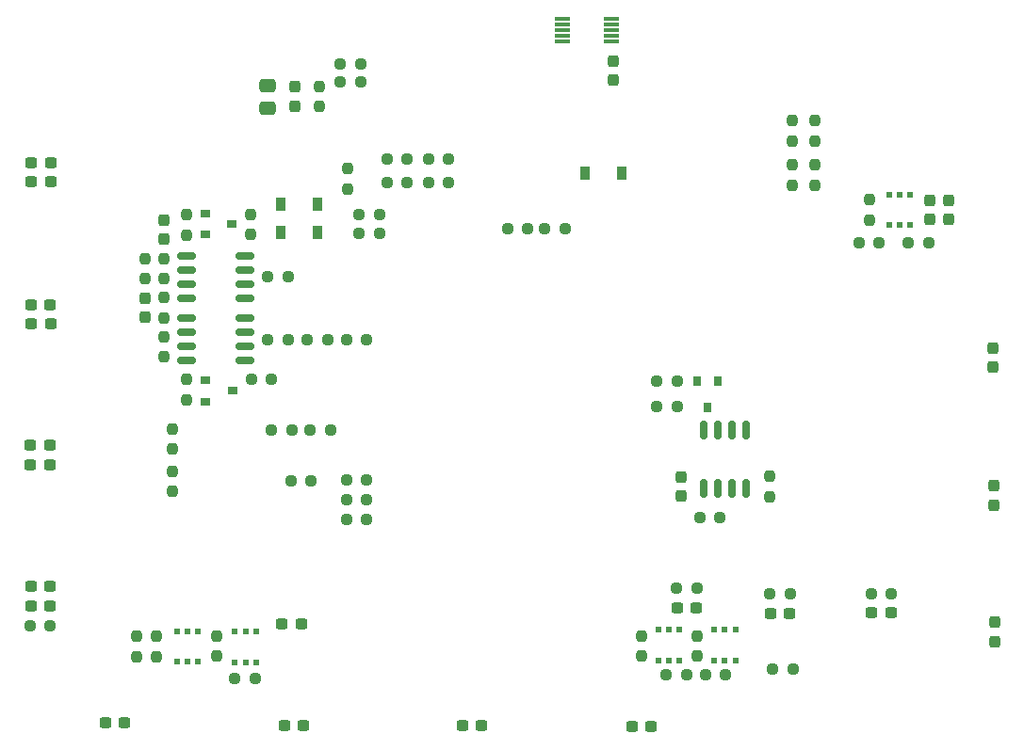
<source format=gbp>
%TF.GenerationSoftware,KiCad,Pcbnew,(6.0.11)*%
%TF.CreationDate,2023-06-24T18:02:59+09:00*%
%TF.ProjectId,main,6d61696e-2e6b-4696-9361-645f70636258,rev?*%
%TF.SameCoordinates,Original*%
%TF.FileFunction,Paste,Bot*%
%TF.FilePolarity,Positive*%
%FSLAX46Y46*%
G04 Gerber Fmt 4.6, Leading zero omitted, Abs format (unit mm)*
G04 Created by KiCad (PCBNEW (6.0.11)) date 2023-06-24 18:02:59*
%MOMM*%
%LPD*%
G01*
G04 APERTURE LIST*
G04 Aperture macros list*
%AMRoundRect*
0 Rectangle with rounded corners*
0 $1 Rounding radius*
0 $2 $3 $4 $5 $6 $7 $8 $9 X,Y pos of 4 corners*
0 Add a 4 corners polygon primitive as box body*
4,1,4,$2,$3,$4,$5,$6,$7,$8,$9,$2,$3,0*
0 Add four circle primitives for the rounded corners*
1,1,$1+$1,$2,$3*
1,1,$1+$1,$4,$5*
1,1,$1+$1,$6,$7*
1,1,$1+$1,$8,$9*
0 Add four rect primitives between the rounded corners*
20,1,$1+$1,$2,$3,$4,$5,0*
20,1,$1+$1,$4,$5,$6,$7,0*
20,1,$1+$1,$6,$7,$8,$9,0*
20,1,$1+$1,$8,$9,$2,$3,0*%
G04 Aperture macros list end*
%ADD10R,0.620000X0.575000*%
%ADD11RoundRect,0.237500X0.250000X0.237500X-0.250000X0.237500X-0.250000X-0.237500X0.250000X-0.237500X0*%
%ADD12RoundRect,0.237500X-0.250000X-0.237500X0.250000X-0.237500X0.250000X0.237500X-0.250000X0.237500X0*%
%ADD13RoundRect,0.237500X-0.300000X-0.237500X0.300000X-0.237500X0.300000X0.237500X-0.300000X0.237500X0*%
%ADD14RoundRect,0.237500X-0.237500X0.300000X-0.237500X-0.300000X0.237500X-0.300000X0.237500X0.300000X0*%
%ADD15RoundRect,0.237500X-0.237500X0.250000X-0.237500X-0.250000X0.237500X-0.250000X0.237500X0.250000X0*%
%ADD16RoundRect,0.237500X0.237500X-0.250000X0.237500X0.250000X-0.237500X0.250000X-0.237500X-0.250000X0*%
%ADD17RoundRect,0.237500X0.300000X0.237500X-0.300000X0.237500X-0.300000X-0.237500X0.300000X-0.237500X0*%
%ADD18RoundRect,0.150000X-0.150000X0.675000X-0.150000X-0.675000X0.150000X-0.675000X0.150000X0.675000X0*%
%ADD19RoundRect,0.237500X0.237500X-0.300000X0.237500X0.300000X-0.237500X0.300000X-0.237500X-0.300000X0*%
%ADD20R,0.800000X0.900000*%
%ADD21R,0.900000X1.200000*%
%ADD22R,1.400000X0.300000*%
%ADD23RoundRect,0.150000X0.675000X0.150000X-0.675000X0.150000X-0.675000X-0.150000X0.675000X-0.150000X0*%
%ADD24RoundRect,0.250000X-0.475000X0.337500X-0.475000X-0.337500X0.475000X-0.337500X0.475000X0.337500X0*%
%ADD25R,0.900000X0.800000*%
G04 APERTURE END LIST*
D10*
%TO.C,U10*%
X102122600Y-120709000D03*
X101172600Y-120709000D03*
X100222600Y-120709000D03*
X100222600Y-117933000D03*
X101172600Y-117933000D03*
X102122600Y-117933000D03*
%TD*%
D11*
%TO.C,R6*%
X124640300Y-77588800D03*
X122815300Y-77588800D03*
%TD*%
D10*
%TO.C,U13*%
X107329600Y-120734400D03*
X106379600Y-120734400D03*
X105429600Y-120734400D03*
X105429600Y-117958400D03*
X106379600Y-117958400D03*
X107329600Y-117958400D03*
%TD*%
D12*
%TO.C,R23*%
X115469900Y-91751600D03*
X117294900Y-91751600D03*
%TD*%
%TO.C,R25*%
X108408700Y-91751600D03*
X110233700Y-91751600D03*
%TD*%
D11*
%TO.C,R5*%
X88851700Y-117492200D03*
X87026700Y-117492200D03*
%TD*%
D13*
%TO.C,C42*%
X109885900Y-126407600D03*
X111610900Y-126407600D03*
%TD*%
D11*
%TO.C,R41*%
X118417300Y-82135400D03*
X116592300Y-82135400D03*
%TD*%
%TO.C,R33*%
X145163500Y-97781800D03*
X143338500Y-97781800D03*
%TD*%
D12*
%TO.C,R9*%
X114908700Y-66901600D03*
X116733700Y-66901600D03*
%TD*%
D13*
%TO.C,C15*%
X109658700Y-117301600D03*
X111383700Y-117301600D03*
%TD*%
D14*
%TO.C,C9*%
X97388000Y-87978500D03*
X97388000Y-89703500D03*
%TD*%
D13*
%TO.C,C17*%
X87076700Y-113936200D03*
X88801700Y-113936200D03*
%TD*%
D15*
%TO.C,R34*%
X157560600Y-72002700D03*
X157560600Y-73827700D03*
%TD*%
D12*
%TO.C,R65*%
X115474700Y-106113000D03*
X117299700Y-106113000D03*
%TD*%
D16*
%TO.C,R67*%
X99801000Y-101589900D03*
X99801000Y-99764900D03*
%TD*%
D12*
%TO.C,R68*%
X112208700Y-99851600D03*
X114033700Y-99851600D03*
%TD*%
D17*
%TO.C,C28*%
X164392100Y-116273000D03*
X162667100Y-116273000D03*
%TD*%
D11*
%TO.C,R40*%
X135105100Y-81751600D03*
X133280100Y-81751600D03*
%TD*%
D13*
%TO.C,C43*%
X141127900Y-126560000D03*
X142852900Y-126560000D03*
%TD*%
%TO.C,C12*%
X87102100Y-88561600D03*
X88827100Y-88561600D03*
%TD*%
D18*
%TO.C,U9*%
X147603800Y-99855800D03*
X148873800Y-99855800D03*
X150143800Y-99855800D03*
X151413800Y-99855800D03*
X151413800Y-105105800D03*
X150143800Y-105105800D03*
X148873800Y-105105800D03*
X147603800Y-105105800D03*
%TD*%
D13*
%TO.C,C39*%
X125887900Y-126433000D03*
X127612900Y-126433000D03*
%TD*%
%TO.C,C10*%
X87152900Y-75810800D03*
X88877900Y-75810800D03*
%TD*%
D11*
%TO.C,R29*%
X149557700Y-121861000D03*
X147732700Y-121861000D03*
%TD*%
D15*
%TO.C,R43*%
X103763400Y-118357700D03*
X103763400Y-120182700D03*
%TD*%
D19*
%TO.C,C8*%
X99064400Y-82693100D03*
X99064400Y-80968100D03*
%TD*%
D16*
%TO.C,R44*%
X153496600Y-105831700D03*
X153496600Y-104006700D03*
%TD*%
D11*
%TO.C,R26*%
X164442100Y-114571200D03*
X162617100Y-114571200D03*
%TD*%
D20*
%TO.C,Q4*%
X146958600Y-95413400D03*
X148858600Y-95413400D03*
X147908600Y-97813400D03*
%TD*%
D13*
%TO.C,C14*%
X87052400Y-101236200D03*
X88777400Y-101236200D03*
%TD*%
D12*
%TO.C,R48*%
X153750600Y-121327600D03*
X155575600Y-121327600D03*
%TD*%
D14*
%TO.C,C2*%
X110850000Y-68979300D03*
X110850000Y-70704300D03*
%TD*%
D21*
%TO.C,D4*%
X109530200Y-82059200D03*
X112830200Y-82059200D03*
%TD*%
D13*
%TO.C,C38*%
X93782300Y-126229800D03*
X95507300Y-126229800D03*
%TD*%
D11*
%TO.C,R27*%
X118417300Y-80509800D03*
X116592300Y-80509800D03*
%TD*%
D16*
%TO.C,R31*%
X96575200Y-120258900D03*
X96575200Y-118433900D03*
%TD*%
D19*
%TO.C,C3*%
X139425000Y-68392900D03*
X139425000Y-66667900D03*
%TD*%
%TO.C,C4*%
X169571200Y-80914100D03*
X169571200Y-79189100D03*
%TD*%
D17*
%TO.C,C11*%
X88877900Y-77487200D03*
X87152900Y-77487200D03*
%TD*%
D15*
%TO.C,R4*%
X155503200Y-72002700D03*
X155503200Y-73827700D03*
%TD*%
%TO.C,R16*%
X99064400Y-87928500D03*
X99064400Y-89753500D03*
%TD*%
D10*
%TO.C,U11*%
X145404200Y-120607400D03*
X144454200Y-120607400D03*
X143504200Y-120607400D03*
X143504200Y-117831400D03*
X144454200Y-117831400D03*
X145404200Y-117831400D03*
%TD*%
D11*
%TO.C,R28*%
X145188900Y-95419600D03*
X143363900Y-95419600D03*
%TD*%
D17*
%TO.C,C13*%
X88852500Y-90288800D03*
X87127500Y-90288800D03*
%TD*%
D16*
%TO.C,R8*%
X101121800Y-97119500D03*
X101121800Y-95294500D03*
%TD*%
D15*
%TO.C,R36*%
X141965000Y-118357700D03*
X141965000Y-120182700D03*
%TD*%
D22*
%TO.C,U3*%
X134862800Y-64898200D03*
X134862800Y-64398200D03*
X134862800Y-63898200D03*
X134862800Y-63398200D03*
X134862800Y-62898200D03*
X139262800Y-62898200D03*
X139262800Y-63398200D03*
X139262800Y-63898200D03*
X139262800Y-64398200D03*
X139262800Y-64898200D03*
%TD*%
D14*
%TO.C,C6*%
X167871200Y-79189100D03*
X167871200Y-80914100D03*
%TD*%
D11*
%TO.C,R47*%
X120933700Y-77588800D03*
X119108700Y-77588800D03*
%TD*%
D19*
%TO.C,C36*%
X173571200Y-94214100D03*
X173571200Y-92489100D03*
%TD*%
D10*
%TO.C,U1*%
X166121200Y-81439600D03*
X165171200Y-81439600D03*
X164221200Y-81439600D03*
X164221200Y-78663600D03*
X165171200Y-78663600D03*
X166121200Y-78663600D03*
%TD*%
D17*
%TO.C,C23*%
X146891500Y-115866600D03*
X145166500Y-115866600D03*
%TD*%
D15*
%TO.C,R42*%
X146943400Y-118383100D03*
X146943400Y-120208100D03*
%TD*%
D17*
%TO.C,C18*%
X88801700Y-115688800D03*
X87076700Y-115688800D03*
%TD*%
D12*
%TO.C,R45*%
X147199300Y-107738600D03*
X149024300Y-107738600D03*
%TD*%
D11*
%TO.C,R69*%
X163324500Y-82999000D03*
X161499500Y-82999000D03*
%TD*%
%TO.C,R32*%
X146027100Y-121911800D03*
X144202100Y-121911800D03*
%TD*%
D15*
%TO.C,R17*%
X99064400Y-91433700D03*
X99064400Y-93258700D03*
%TD*%
D19*
%TO.C,C41*%
X173721200Y-118864100D03*
X173721200Y-117139100D03*
%TD*%
D15*
%TO.C,R39*%
X155528600Y-76015900D03*
X155528600Y-77840900D03*
%TD*%
D11*
%TO.C,R58*%
X110533700Y-99851600D03*
X108708700Y-99851600D03*
%TD*%
D19*
%TO.C,C40*%
X173621200Y-106614100D03*
X173621200Y-104889100D03*
%TD*%
D11*
%TO.C,R19*%
X110221200Y-86051600D03*
X108396200Y-86051600D03*
%TD*%
D21*
%TO.C,D2*%
X109530200Y-79570000D03*
X112830200Y-79570000D03*
%TD*%
D15*
%TO.C,R35*%
X98404000Y-118408500D03*
X98404000Y-120233500D03*
%TD*%
%TO.C,R15*%
X97388000Y-84423300D03*
X97388000Y-86248300D03*
%TD*%
D12*
%TO.C,R24*%
X111964700Y-91751600D03*
X113789700Y-91751600D03*
%TD*%
%TO.C,R64*%
X115474700Y-104335000D03*
X117299700Y-104335000D03*
%TD*%
D11*
%TO.C,R59*%
X112283700Y-104451600D03*
X110458700Y-104451600D03*
%TD*%
D15*
%TO.C,R7*%
X101121800Y-80486300D03*
X101121800Y-82311300D03*
%TD*%
D23*
%TO.C,U4*%
X106363000Y-84192800D03*
X106363000Y-85462800D03*
X106363000Y-86732800D03*
X106363000Y-88002800D03*
X101113000Y-88002800D03*
X101113000Y-86732800D03*
X101113000Y-85462800D03*
X101113000Y-84192800D03*
%TD*%
D12*
%TO.C,R38*%
X129927300Y-81751600D03*
X131752300Y-81751600D03*
%TD*%
D16*
%TO.C,R1*%
X162471200Y-80964100D03*
X162471200Y-79139100D03*
%TD*%
D11*
%TO.C,R10*%
X116733700Y-68551600D03*
X114908700Y-68551600D03*
%TD*%
D24*
%TO.C,C1*%
X108360800Y-68855100D03*
X108360800Y-70930100D03*
%TD*%
D12*
%TO.C,R66*%
X115474700Y-107891000D03*
X117299700Y-107891000D03*
%TD*%
%TO.C,R2*%
X122815300Y-75506000D03*
X124640300Y-75506000D03*
%TD*%
%TO.C,R37*%
X105441700Y-122191200D03*
X107266700Y-122191200D03*
%TD*%
D25*
%TO.C,Q2*%
X102792000Y-82272600D03*
X102792000Y-80372600D03*
X105192000Y-81322600D03*
%TD*%
D21*
%TO.C,D8*%
X136860600Y-76725200D03*
X140160600Y-76725200D03*
%TD*%
D23*
%TO.C,U5*%
X106363000Y-89780800D03*
X106363000Y-91050800D03*
X106363000Y-92320800D03*
X106363000Y-93590800D03*
X101113000Y-93590800D03*
X101113000Y-92320800D03*
X101113000Y-91050800D03*
X101113000Y-89780800D03*
%TD*%
D12*
%TO.C,R12*%
X106914900Y-95318000D03*
X108739900Y-95318000D03*
%TD*%
D16*
%TO.C,R30*%
X113009000Y-70754300D03*
X113009000Y-68929300D03*
%TD*%
D25*
%TO.C,Q3*%
X102817400Y-97284000D03*
X102817400Y-95384000D03*
X105217400Y-96334000D03*
%TD*%
D11*
%TO.C,R21*%
X146941500Y-114114000D03*
X145116500Y-114114000D03*
%TD*%
D12*
%TO.C,R70*%
X165969900Y-82999000D03*
X167794900Y-82999000D03*
%TD*%
D16*
%TO.C,R14*%
X99064400Y-86248300D03*
X99064400Y-84423300D03*
%TD*%
%TO.C,R13*%
X99775600Y-105374500D03*
X99775600Y-103549500D03*
%TD*%
D17*
%TO.C,C16*%
X88777400Y-102988800D03*
X87052400Y-102988800D03*
%TD*%
%TO.C,C24*%
X155274600Y-116374600D03*
X153549600Y-116374600D03*
%TD*%
D19*
%TO.C,C31*%
X145521000Y-105781700D03*
X145521000Y-104056700D03*
%TD*%
D11*
%TO.C,R22*%
X155323500Y-114596600D03*
X153498500Y-114596600D03*
%TD*%
D15*
%TO.C,R46*%
X115599800Y-76320700D03*
X115599800Y-78145700D03*
%TD*%
D10*
%TO.C,U12*%
X150408000Y-120607400D03*
X149458000Y-120607400D03*
X148508000Y-120607400D03*
X148508000Y-117831400D03*
X149458000Y-117831400D03*
X150408000Y-117831400D03*
%TD*%
D15*
%TO.C,R11*%
X106862200Y-80460900D03*
X106862200Y-82285900D03*
%TD*%
D12*
%TO.C,R3*%
X119108700Y-75501600D03*
X120933700Y-75501600D03*
%TD*%
D15*
%TO.C,R49*%
X157560600Y-76015900D03*
X157560600Y-77840900D03*
%TD*%
M02*

</source>
